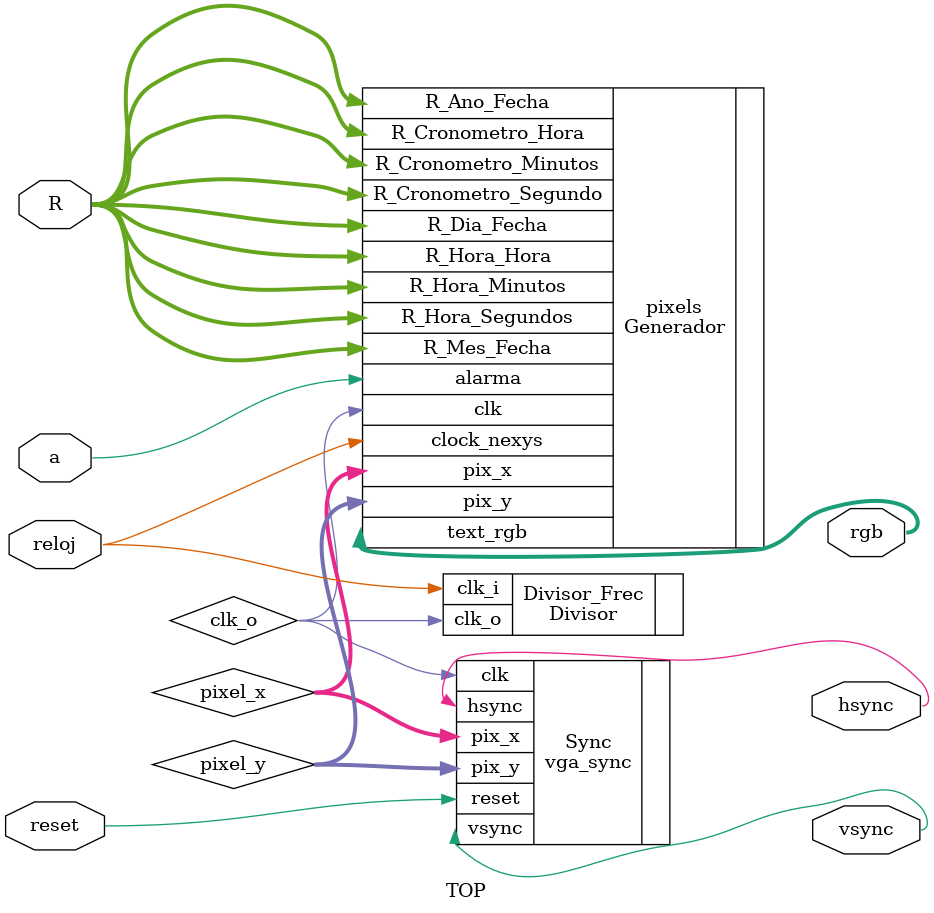
<source format=v>
`timescale 1ns / 1ps
module TOP(
input  wire reloj,
input reset,a,
input [7:0] R,//0,//R1,R2,R3,R4,R5,R6,R7,R8,//
output [2:0]rgb,
output hsync,vsync
    );


wire[9:0]pixel_x,pixel_y;

Divisor Divisor_Frec (
    .clk_i(reloj), 
    .clk_o(clk_o)
    );
	 
vga_sync Sync (
    .clk(clk_o), 
    .reset(reset), 
    .hsync(hsync), 
    .vsync(vsync), 
    
    .pix_x(pixel_x), 
    .pix_y(pixel_y)
    );
 Generador pixels (
    .clk(clk_o),
		.alarma(a),
		.clock_nexys(reloj),	
    .pix_x(pixel_x), 
    .pix_y(pixel_y), 
    .R_Dia_Fecha(R), 
    .R_Mes_Fecha(R), 
    .R_Ano_Fecha(R), 
    .R_Hora_Hora(R), 
    .R_Hora_Minutos(R), 
    .R_Hora_Segundos(R), 
    .R_Cronometro_Hora(R), 
    .R_Cronometro_Minutos(R), 
    .R_Cronometro_Segundo(R), 
    .text_rgb(rgb)
    );








endmodule

</source>
